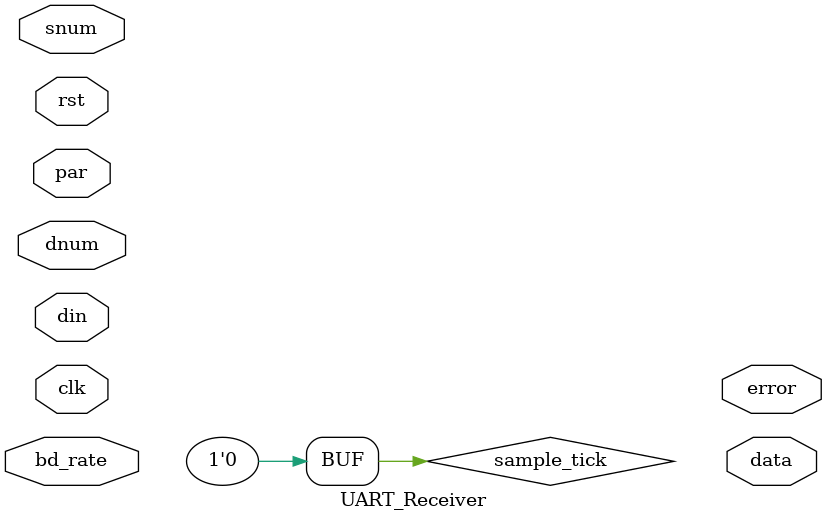
<source format=v>
 module UART_Receiver
 #(      // FSMD parameters (states names)
    parameter [1:0]  
        idle  = 2'b00,
        receiving = 2'b01,
        wait_stop  = 2'b10,
        stop = 2'b11
)
 (
    input wire din,
    input wire dnum,snum,
    input wire bd_rate,par,
    
    input clk,rst,
    
    output wire [7:0] data,
    output wire [2:0] error  //3 bit error (parity, overrun, frame error)
 );
 
 // signal declration
wire sample_tick;
reg  sample_trigger;
reg [1:0] state;
reg [1:0] next_state;
reg qclk_reg;       // Sequential part for a clock counter
reg qclk_next;      // Compinational part for this counter
reg [3:0] r;    // Sequential counter
reg [3:0] r_next;
reg [8:0] data_reg; // A regester to store the received data in 
reg data_flag;  // A flag to detect that the data is received correctly
reg error_reg; 
 
 // Counter of the sampling tick ( every 16 clk > 1 sample tick )
always @(posedge clk, posedge rst)
begin    
    if(rst)
    begin
        qclk_reg <= 4'b0;
        sample_16 <= 1'b0;
    end
    else
    begin
        qclk_reg <= qclk_next;
        if(q_reg == 4'd7)   sample_16 = 1'b1; 
    end
end

assign qclk_next = ( ( sample_16 == 1'b0 && qclk_reg == 4'd7 )  ||
                                 (sample_16 == 1'b1 && qclk_reg == 4'd15) ) ? 4'b0 :  qclk_reg + 4'b1;
                   
assign sample_tick = ( sample_16 == 1'b0 && qclk == 4'd7 || 
                                 ( sample_16 == 1'b1 && qclk_reg == 4'd15 ) ) ? 1'b1 : 1'b0;

//FSMD state and data registers sequantial circuit
always @(posedge clk, posedge rst)
begin
    if(rst)
    begin
        state <= 4'b0;
        q_reg <= 4'b0;
        data_reg <= 9'b0;
    end
    else if(sample_tick)
    begin
        state <= next_state;
        q_reg <= q_next;
        if(state == receiving)
        begin
            data_reg <= data_reg >> 1;
            data_reg[8] <= din;
        end
    end
end


//Control path of the FSMD ... next statte logic(combinational part of the FSM)
always @(*)
begin
    case(state)
    idle: if(din)  next_state = idle;
          else     next_state = receiving;
          
    receiving : if(r == 4'b0) 
                case(snum)
                1'b0 : next_state = stop;
                1'b1 : next_state = wait_stop;
                endcase
                else next_state = receiving;
                
    wait_stop : if(din) next_state = stop;
                else    next_state = idle;
                
    stop : next_state = idle;
    
    endcase    
end
 
 
 
 endmodule
</source>
